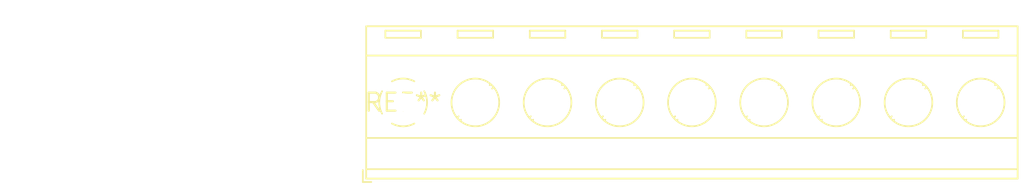
<source format=kicad_pcb>
(kicad_pcb (version 20240108) (generator pcbnew)
  (layers (0 "F.Cu" signal) (31 "B.Cu" signal) (34 "B.Paste" user) (35 "F.Paste" user) (36 "B.SilkS" user "B.Silkscreen") (37 "F.SilkS" user "F.Silkscreen") (38 "B.Mask" user) (39 "F.Mask" user) (44 "Edge.Cuts" user))
  (net 0 "")
  (footprint "TerminalBlock_RND_205-00294_1x09_P5.08mm_Horizontal" (layer "F.Cu") (at 0 0)
    (property "Reference" "REF**")
    (property "Value" "TerminalBlock_RND_205-00294_1x09_P5.08mm_Horizontal")
    (fp_line (start -2.84 4.76) (end -2.84 5.6) (layer "F.SilkS") (stroke (width 0.12)))
    (fp_line (start -2.84 5.6) (end -2.24 5.6) (layer "F.SilkS") (stroke (width 0.12)))
    (fp_line (start -2.6 -5.36) (end -2.6 5.36) (layer "F.SilkS") (stroke (width 0.12)))
    (fp_line (start -2.6 -5.36) (end 43.24 -5.36) (layer "F.SilkS") (stroke (width 0.12)))
    (fp_line (start -2.6 -3.3) (end 43.24 -3.3) (layer "F.SilkS") (stroke (width 0.12)))
    (fp_line (start -2.6 2.5) (end 43.24 2.5) (layer "F.SilkS") (stroke (width 0.12)))
    (fp_line (start -2.6 4.7) (end 43.24 4.7) (layer "F.SilkS") (stroke (width 0.12)))
    (fp_line (start -2.6 5.36) (end 43.24 5.36) (layer "F.SilkS") (stroke (width 0.12)))
    (fp_line (start -1.25 -5.05) (end -1.25 -4.55) (layer "F.SilkS") (stroke (width 0.12)))
    (fp_line (start -1.25 -5.05) (end 1.25 -5.05) (layer "F.SilkS") (stroke (width 0.12)))
    (fp_line (start -1.25 -4.55) (end 1.25 -4.55) (layer "F.SilkS") (stroke (width 0.12)))
    (fp_line (start 1.25 -5.05) (end 1.25 -4.55) (layer "F.SilkS") (stroke (width 0.12)))
    (fp_line (start 3.83 -5.05) (end 3.83 -4.55) (layer "F.SilkS") (stroke (width 0.12)))
    (fp_line (start 3.83 -5.05) (end 6.33 -5.05) (layer "F.SilkS") (stroke (width 0.12)))
    (fp_line (start 3.83 -4.55) (end 6.33 -4.55) (layer "F.SilkS") (stroke (width 0.12)))
    (fp_line (start 3.9 0.976) (end 3.806 1.069) (layer "F.SilkS") (stroke (width 0.12)))
    (fp_line (start 4.07 1.216) (end 4.011 1.274) (layer "F.SilkS") (stroke (width 0.12)))
    (fp_line (start 6.15 -1.275) (end 6.091 -1.216) (layer "F.SilkS") (stroke (width 0.12)))
    (fp_line (start 6.33 -5.05) (end 6.33 -4.55) (layer "F.SilkS") (stroke (width 0.12)))
    (fp_line (start 6.355 -1.069) (end 6.261 -0.976) (layer "F.SilkS") (stroke (width 0.12)))
    (fp_line (start 8.91 -5.05) (end 8.91 -4.55) (layer "F.SilkS") (stroke (width 0.12)))
    (fp_line (start 8.91 -5.05) (end 11.41 -5.05) (layer "F.SilkS") (stroke (width 0.12)))
    (fp_line (start 8.91 -4.55) (end 11.41 -4.55) (layer "F.SilkS") (stroke (width 0.12)))
    (fp_line (start 8.98 0.976) (end 8.886 1.069) (layer "F.SilkS") (stroke (width 0.12)))
    (fp_line (start 9.15 1.216) (end 9.091 1.274) (layer "F.SilkS") (stroke (width 0.12)))
    (fp_line (start 11.23 -1.275) (end 11.171 -1.216) (layer "F.SilkS") (stroke (width 0.12)))
    (fp_line (start 11.41 -5.05) (end 11.41 -4.55) (layer "F.SilkS") (stroke (width 0.12)))
    (fp_line (start 11.435 -1.069) (end 11.341 -0.976) (layer "F.SilkS") (stroke (width 0.12)))
    (fp_line (start 13.99 -5.05) (end 13.99 -4.55) (layer "F.SilkS") (stroke (width 0.12)))
    (fp_line (start 13.99 -5.05) (end 16.49 -5.05) (layer "F.SilkS") (stroke (width 0.12)))
    (fp_line (start 13.99 -4.55) (end 16.49 -4.55) (layer "F.SilkS") (stroke (width 0.12)))
    (fp_line (start 14.06 0.976) (end 13.966 1.069) (layer "F.SilkS") (stroke (width 0.12)))
    (fp_line (start 14.23 1.216) (end 14.171 1.274) (layer "F.SilkS") (stroke (width 0.12)))
    (fp_line (start 16.31 -1.275) (end 16.251 -1.216) (layer "F.SilkS") (stroke (width 0.12)))
    (fp_line (start 16.49 -5.05) (end 16.49 -4.55) (layer "F.SilkS") (stroke (width 0.12)))
    (fp_line (start 16.515 -1.069) (end 16.421 -0.976) (layer "F.SilkS") (stroke (width 0.12)))
    (fp_line (start 19.07 -5.05) (end 19.07 -4.55) (layer "F.SilkS") (stroke (width 0.12)))
    (fp_line (start 19.07 -5.05) (end 21.57 -5.05) (layer "F.SilkS") (stroke (width 0.12)))
    (fp_line (start 19.07 -4.55) (end 21.57 -4.55) (layer "F.SilkS") (stroke (width 0.12)))
    (fp_line (start 19.14 0.976) (end 19.046 1.069) (layer "F.SilkS") (stroke (width 0.12)))
    (fp_line (start 19.31 1.216) (end 19.251 1.274) (layer "F.SilkS") (stroke (width 0.12)))
    (fp_line (start 21.39 -1.275) (end 21.331 -1.216) (layer "F.SilkS") (stroke (width 0.12)))
    (fp_line (start 21.57 -5.05) (end 21.57 -4.55) (layer "F.SilkS") (stroke (width 0.12)))
    (fp_line (start 21.595 -1.069) (end 21.501 -0.976) (layer "F.SilkS") (stroke (width 0.12)))
    (fp_line (start 24.15 -5.05) (end 24.15 -4.55) (layer "F.SilkS") (stroke (width 0.12)))
    (fp_line (start 24.15 -5.05) (end 26.65 -5.05) (layer "F.SilkS") (stroke (width 0.12)))
    (fp_line (start 24.15 -4.55) (end 26.65 -4.55) (layer "F.SilkS") (stroke (width 0.12)))
    (fp_line (start 24.22 0.976) (end 24.126 1.069) (layer "F.SilkS") (stroke (width 0.12)))
    (fp_line (start 24.39 1.216) (end 24.331 1.274) (layer "F.SilkS") (stroke (width 0.12)))
    (fp_line (start 26.47 -1.275) (end 26.411 -1.216) (layer "F.SilkS") (stroke (width 0.12)))
    (fp_line (start 26.65 -5.05) (end 26.65 -4.55) (layer "F.SilkS") (stroke (width 0.12)))
    (fp_line (start 26.675 -1.069) (end 26.581 -0.976) (layer "F.SilkS") (stroke (width 0.12)))
    (fp_line (start 29.23 -5.05) (end 29.23 -4.55) (layer "F.SilkS") (stroke (width 0.12)))
    (fp_line (start 29.23 -5.05) (end 31.73 -5.05) (layer "F.SilkS") (stroke (width 0.12)))
    (fp_line (start 29.23 -4.55) (end 31.73 -4.55) (layer "F.SilkS") (stroke (width 0.12)))
    (fp_line (start 29.3 0.976) (end 29.206 1.069) (layer "F.SilkS") (stroke (width 0.12)))
    (fp_line (start 29.47 1.216) (end 29.411 1.274) (layer "F.SilkS") (stroke (width 0.12)))
    (fp_line (start 31.55 -1.275) (end 31.491 -1.216) (layer "F.SilkS") (stroke (width 0.12)))
    (fp_line (start 31.73 -5.05) (end 31.73 -4.55) (layer "F.SilkS") (stroke (width 0.12)))
    (fp_line (start 31.755 -1.069) (end 31.661 -0.976) (layer "F.SilkS") (stroke (width 0.12)))
    (fp_line (start 34.31 -5.05) (end 34.31 -4.55) (layer "F.SilkS") (stroke (width 0.12)))
    (fp_line (start 34.31 -5.05) (end 36.81 -5.05) (layer "F.SilkS") (stroke (width 0.12)))
    (fp_line (start 34.31 -4.55) (end 36.81 -4.55) (layer "F.SilkS") (stroke (width 0.12)))
    (fp_line (start 34.38 0.976) (end 34.286 1.069) (layer "F.SilkS") (stroke (width 0.12)))
    (fp_line (start 34.55 1.216) (end 34.491 1.274) (layer "F.SilkS") (stroke (width 0.12)))
    (fp_line (start 36.63 -1.275) (end 36.571 -1.216) (layer "F.SilkS") (stroke (width 0.12)))
    (fp_line (start 36.81 -5.05) (end 36.81 -4.55) (layer "F.SilkS") (stroke (width 0.12)))
    (fp_line (start 36.835 -1.069) (end 36.741 -0.976) (layer "F.SilkS") (stroke (width 0.12)))
    (fp_line (start 39.39 -5.05) (end 39.39 -4.55) (layer "F.SilkS") (stroke (width 0.12)))
    (fp_line (start 39.39 -5.05) (end 41.89 -5.05) (layer "F.SilkS") (stroke (width 0.12)))
    (fp_line (start 39.39 -4.55) (end 41.89 -4.55) (layer "F.SilkS") (stroke (width 0.12)))
    (fp_line (start 39.46 0.976) (end 39.366 1.069) (layer "F.SilkS") (stroke (width 0.12)))
    (fp_line (start 39.63 1.216) (end 39.571 1.274) (layer "F.SilkS") (stroke (width 0.12)))
    (fp_line (start 41.71 -1.275) (end 41.651 -1.216) (layer "F.SilkS") (stroke (width 0.12)))
    (fp_line (start 41.89 -5.05) (end 41.89 -4.55) (layer "F.SilkS") (stroke (width 0.12)))
    (fp_line (start 41.915 -1.069) (end 41.821 -0.976) (layer "F.SilkS") (stroke (width 0.12)))
    (fp_line (start 43.24 -5.36) (end 43.24 5.36) (layer "F.SilkS") (stroke (width 0.12)))
    (fp_arc (start -1.483953 0.789089) (mid -1.680708 5e-05) (end -1.484 -0.789) (layer "F.SilkS") (stroke (width 0.12)))
    (fp_arc (start -0.789089 -1.483953) (mid -5e-05 -1.680708) (end 0.789 -1.484) (layer "F.SilkS") (stroke (width 0.12)))
    (fp_arc (start 0.029383 1.68045) (mid -0.392304 1.634281) (end -0.789 1.484) (layer "F.SilkS") (stroke (width 0.12)))
    (fp_arc (start 0.788712 1.483352) (mid 0.406429 1.630097) (end 0 1.68) (layer "F.SilkS") (stroke (width 0.12)))
    (fp_arc (start 1.483953 -0.789089) (mid 1.680708 -5e-05) (end 1.484 0.789) (layer "F.SilkS") (stroke (width 0.12)))
    (fp_circle (center 5.08 0) (end 6.76 0) (layer "F.SilkS") (stroke (width 0.12)) (fill none))
    (fp_circle (center 10.16 0) (end 11.84 0) (layer "F.SilkS") (stroke (width 0.12)) (fill none))
    (fp_circle (center 15.24 0) (end 16.92 0) (layer "F.SilkS") (stroke (width 0.12)) (fill none))
    (fp_circle (center 20.32 0) (end 22 0) (layer "F.SilkS") (stroke (width 0.12)) (fill none))
    (fp_circle (center 25.4 0) (end 27.08 0) (layer "F.SilkS") (stroke (width 0.12)) (fill none))
    (fp_circle (center 30.48 0) (end 32.16 0) (layer "F.SilkS") (stroke (width 0.12)) (fill none))
    (fp_circle (center 35.56 0) (end 37.24 0) (layer "F.SilkS") (stroke (width 0.12)) (fill none))
    (fp_circle (center 40.64 0) (end 42.32 0) (layer "F.SilkS") (stroke (width 0.12)) (fill none))
    (pad "1" thru_hole rect (at 0 0) (size 2.5 2.5) (drill 1.3) (layers *.Cu *.Mask) (remove_unused_layers))
    (pad "2" thru_hole circle (at 5.08 0) (size 2.5 2.5) (drill 1.3) (layers *.Cu *.Mask) (remove_unused_layers))
    (pad "3" thru_hole circle (at 10.16 0) (size 2.5 2.5) (drill 1.3) (layers *.Cu *.Mask) (remove_unused_layers))
    (pad "4" thru_hole circle (at 15.24 0) (size 2.5 2.5) (drill 1.3) (layers *.Cu *.Mask) (remove_unused_layers))
    (pad "5" thru_hole circle (at 20.32 0) (size 2.5 2.5) (drill 1.3) (layers *.Cu *.Mask) (remove_unused_layers))
    (pad "6" thru_hole circle (at 25.4 0) (size 2.5 2.5) (drill 1.3) (layers *.Cu *.Mask) (remove_unused_layers))
    (pad "7" thru_hole circle (at 30.48 0) (size 2.5 2.5) (drill 1.3) (layers *.Cu *.Mask) (remove_unused_layers))
    (pad "8" thru_hole circle (at 35.56 0) (size 2.5 2.5) (drill 1.3) (layers *.Cu *.Mask) (remove_unused_layers))
    (pad "9" thru_hole circle (at 40.64 0) (size 2.5 2.5) (drill 1.3) (layers *.Cu *.Mask) (remove_unused_layers))
  )
)
</source>
